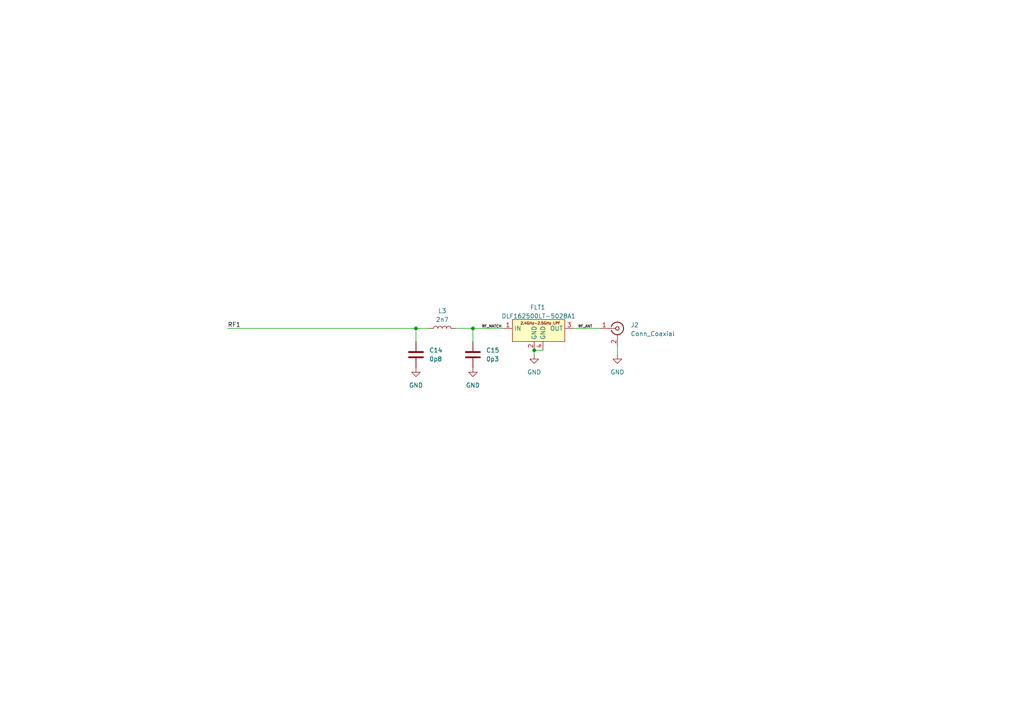
<source format=kicad_sch>
(kicad_sch (version 20250114) (generator "eeschema") (generator_version "9.0")
  (paper "A4")
  (lib_symbols
    (symbol "Connector:Conn_Coaxial" (pin_names (offset 1.016) (hide yes))
      (property "Reference" "J" (at 0.254 3.048 0))
      (property "Value" "Conn_Coaxial" (at 2.921 0 90))
      (symbol "Conn_Coaxial_0_1"
        (polyline (pts (xy -2.54 0) (xy -0.508 0)))
        (arc (start 1.778 0) (mid 0.222 -1.8079) (end -1.778 -0.508) (stroke (width 0.254)))
        (arc (start -1.778 0.508) (mid 0.2221 1.8084) (end 1.778 0) (stroke (width 0.254)))
        (circle (center 0 0) (radius 0.508) (stroke (width 0.2032)))
        (polyline (pts (xy 0 -2.54) (xy 0 -1.778)))
      )
      (symbol "Conn_Coaxial_1_1"
        (pin passive line (at -5.08 0 0) (length 2.54) (name "In") (number "1"))
        (pin passive line (at 0 -5.08 90) (length 2.54) (name "Ext") (number "2"))
      )
    )
    (symbol "Device:C" (pin_numbers (hide yes)) (pin_names (offset 0.254))
      (property "Reference" "C" (at 0.635 2.54 0))
      (property "Value" "C" (at 0.635 -2.54 0))
      (symbol "C_0_1"
        (polyline (pts (xy -2.032 0.762) (xy 2.032 0.762)) (stroke (width 0.508)))
        (polyline (pts (xy -2.032 -0.762) (xy 2.032 -0.762)) (stroke (width 0.508)))
      )
      (symbol "C_1_1"
        (pin passive line (at 0 3.81 270) (length 2.794) (name "~") (number "1"))
        (pin passive line (at 0 -3.81 90) (length 2.794) (name "~") (number "2"))
      )
    )
    (symbol "Device:L" (pin_numbers (hide yes)) (pin_names (offset 1.016) (hide yes))
      (property "Reference" "L" (at -1.27 0 90))
      (property "Value" "L" (at 1.905 0 90))
      (symbol "L_0_1"
        (arc (start 0 2.54) (mid 0.6323 1.905) (end 0 1.27))
        (arc (start 0 1.27) (mid 0.6323 0.635) (end 0 0))
        (arc (start 0 0) (mid 0.6323 -0.635) (end 0 -1.27))
        (arc (start 0 -1.27) (mid 0.6323 -1.905) (end 0 -2.54))
      )
      (symbol "L_1_1"
        (pin passive line (at 0 3.81 270) (length 1.27) (name "1") (number "1"))
        (pin passive line (at 0 -3.81 90) (length 1.27) (name "2") (number "2"))
      )
    )
    (symbol "STM32BluetoothhardwareDesign:DLF162500LT-5028A1"
      (property "Reference" "FLT" (at 5.842 -4.826 0))
      (property "Value" "DLF162500LT-5028A1" (at 0.254 3.302 0))
      (symbol "DLF162500LT-5028A1_0_0"
        (pin passive line (at -10.16 0 0) (length 2.54) (name "IN") (number "1"))
        (pin passive line (at -1.27 -6.35 90) (length 2.54) (name "GND") (number "2"))
        (pin passive line (at 1.27 -6.35 90) (length 2.54) (name "GND") (number "4"))
        (pin passive line (at 10.16 0 180) (length 2.54) (name "OUT") (number "3"))
      )
      (symbol "DLF162500LT-5028A1_1_1"
        (rectangle (start -7.62 2.54) (end 7.62 -3.81) (fill (type background)))
        (text "2.4GHz-2.5GHz LPF\n" (at 0.508 1.524 0) (effects (font (size 0.762 0.762))))
      )
    )
    (symbol "power:GND" (power) (pin_numbers (hide yes)) (pin_names (offset 0) (hide yes))
      (property "Value" "GND" (at 0 -3.81 0))
      (symbol "GND_0_1"
        (polyline (pts (xy 0 0) (xy 0 -1.27) (xy 1.27 -1.27) (xy 0 -2.54) (xy -1.27 -1.27) (xy 0 -1.27)))
      )
      (symbol "GND_1_1"
        (pin power_in line (at 0 0 270) (length 0) (name "~") (number "1"))
      )
    )
  )
  (junction (at 137.16 95.25))
  (junction (at 154.94 101.6))
  (junction (at 120.65 95.25))
  (wire (pts (xy 154.94 101.6) (xy 157.48 101.6)))
  (wire (pts (xy 173.99 95.25) (xy 166.37 95.25)))
  (wire (pts (xy 137.16 95.25) (xy 146.05 95.25)))
  (wire (pts (xy 66.04 95.25) (xy 120.65 95.25)))
  (wire (pts (xy 132.08 95.25) (xy 137.16 95.25)))
  (wire (pts (xy 137.16 95.25) (xy 137.16 99.06)))
  (wire (pts (xy 120.65 95.25) (xy 124.46 95.25)))
  (wire (pts (xy 179.07 102.87) (xy 179.07 100.33)))
  (wire (pts (xy 154.94 101.6) (xy 154.94 102.87)))
  (wire (pts (xy 120.65 95.25) (xy 120.65 99.06)))
  (label "RF_MATCH" (at 139.7 95.25 0) (effects (font (size 0.762 0.762))))
  (label "RF_ANT" (at 167.64 95.25 0) (effects (font (size 0.762 0.762))))
  (label "RF1" (at 66.04 95.25 0))
  (symbol (lib_id "Device:C") (at 120.65 102.87 0) (unit 1)
    (property "Reference" "C14" (at 124.46 101.5999 0) (effects (justify left)))
    (property "Value" "0p8" (at 124.46 104.1399 0) (effects (justify left)))
    (property "Description" "Unpolarized capacitor" (effects (hide yes)))
  )
  (symbol (lib_id "Connector:Conn_Coaxial") (at 179.07 95.25 0) (unit 1)
    (property "Reference" "J2" (at 182.88 94.2731 0) (effects (justify left)))
    (property "Value" "Conn_Coaxial" (at 182.88 96.8131 0) (effects (justify left)))
    (property "Description" "coaxial connector (BNC, SMA, SMB, SMC, Cinch/RCA, LEMO, ...)" (effects (hide yes)))
  )
  (symbol (lib_id "Device:L") (at 128.27 95.25 90) (unit 1)
    (property "Reference" "L3" (at 128.27 90.17 90))
    (property "Value" "2n7" (at 128.27 92.71 90))
    (property "Description" "Inductor" (effects (hide yes)))
  )
  (symbol (lib_id "STM32BluetoothhardwareDesign:DLF162500LT-5028A1") (at 156.21 95.25 0) (unit 1)
    (property "Reference" "FLT1" (at 155.956 89.154 0))
    (property "Value" "DLF162500LT-5028A1" (at 156.21 91.694 0))
    (property "Footprint" "STM32BluetoothLibrary:DLF162500LT-5028A1" (effects (hide yes)))
  )
  (symbol (lib_id "power:GND") (at 120.65 106.68 0) (unit 1)
    (property "Reference" "#PWR017" (effects (hide yes)))
    (property "Value" "GND" (at 120.65 111.76 0))
    (property "Description" "Power symbol creates a global label with name \"GND\" , ground" (effects (hide yes)))
  )
  (symbol (lib_id "power:GND") (at 179.07 102.87 0) (unit 1)
    (property "Reference" "#PWR015" (effects (hide yes)))
    (property "Value" "GND" (at 179.07 107.95 0))
    (property "Description" "Power symbol creates a global label with name \"GND\" , ground" (effects (hide yes)))
  )
  (symbol (lib_id "power:GND") (at 154.94 102.87 0) (unit 1)
    (property "Reference" "#PWR014" (effects (hide yes)))
    (property "Value" "GND" (at 154.94 107.95 0))
    (property "Description" "Power symbol creates a global label with name \"GND\" , ground" (effects (hide yes)))
  )
  (symbol (lib_id "Device:C") (at 137.16 102.87 0) (unit 1)
    (property "Reference" "C15" (at 140.97 101.5999 0) (effects (justify left)))
    (property "Value" "0p3" (at 140.97 104.1399 0) (effects (justify left)))
    (property "Description" "Unpolarized capacitor" (effects (hide yes)))
  )
  (symbol (lib_id "power:GND") (at 137.16 106.68 0) (unit 1)
    (property "Reference" "#PWR016" (effects (hide yes)))
    (property "Value" "GND" (at 137.16 111.76 0))
    (property "Description" "Power symbol creates a global label with name \"GND\" , ground" (effects (hide yes)))
  )
)
</source>
